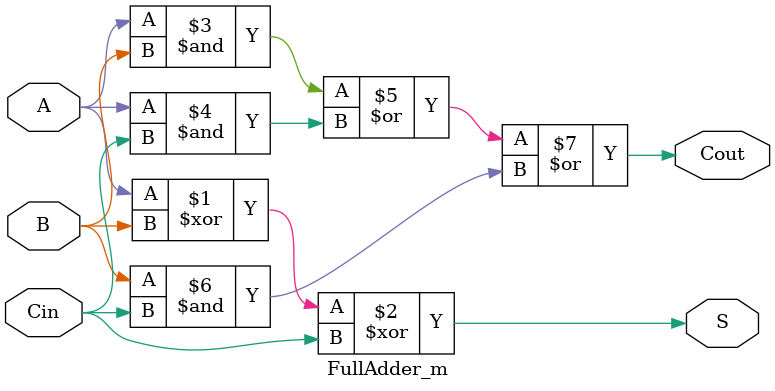
<source format=v>
module FullAdder_m (S,Cout,A,B,Cin);
input A,B,Cin;
output Cout,S;
assign S = A ^ B ^ Cin;
assign Cout = (A & B)  |  (A & Cin)  |  (B & Cin);
endmodule

</source>
